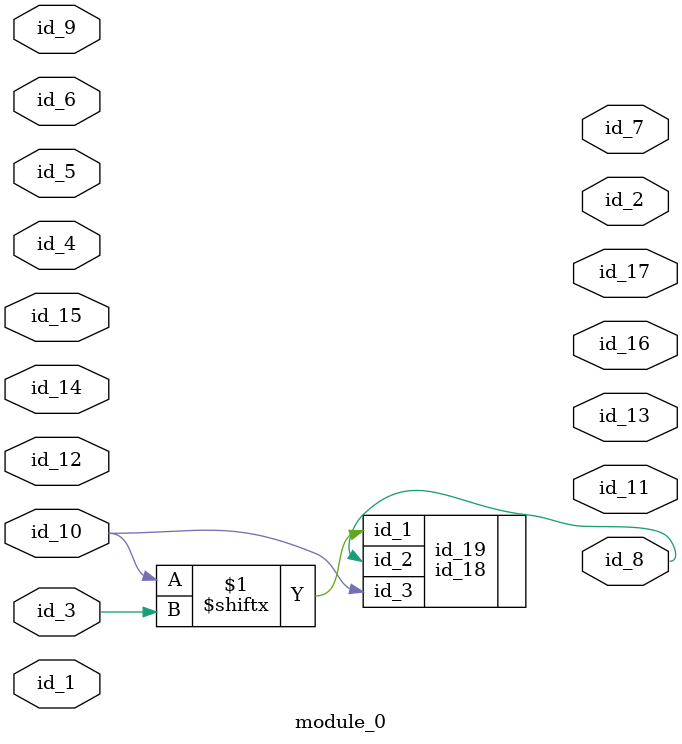
<source format=v>
module module_0 (
    id_1,
    id_2,
    id_3,
    id_4,
    id_5,
    id_6,
    id_7,
    id_8,
    id_9,
    id_10,
    id_11,
    id_12,
    id_13,
    id_14,
    id_15,
    id_16,
    id_17
);
  output id_17;
  output id_16;
  input id_15;
  input id_14;
  output id_13;
  input id_12;
  output id_11;
  input id_10;
  input id_9;
  output id_8;
  output id_7;
  input id_6;
  input id_5;
  input id_4;
  input id_3;
  output id_2;
  input id_1;
  id_18 id_19 (
      .id_2(id_8),
      .id_1(id_10[id_3]),
      .id_3(id_10)
  );
endmodule

</source>
